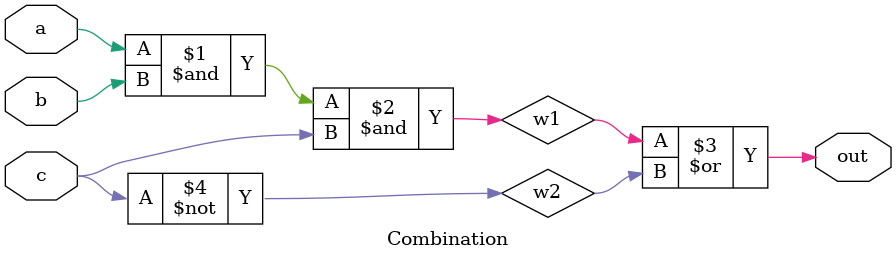
<source format=v>
module Combination(a,b,c,out);
	input a,b,c;
	output out;
	wire out,w1,w2;
	and (w1,a,b,c);
	not (w2,c);
	or (out,w1,w2);
endmodule

</source>
